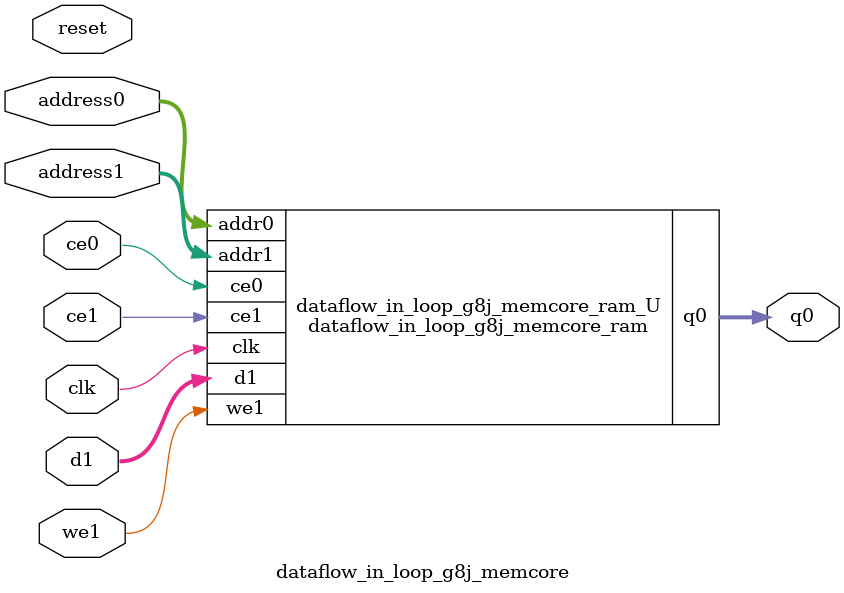
<source format=v>

`timescale 1 ns / 1 ps
module dataflow_in_loop_g8j_memcore_ram (addr0, ce0, q0, addr1, ce1, d1, we1,  clk);

parameter DWIDTH = 32;
parameter AWIDTH = 16;
parameter MEM_SIZE = 45856;

input[AWIDTH-1:0] addr0;
input ce0;
output reg[DWIDTH-1:0] q0;
input[AWIDTH-1:0] addr1;
input ce1;
input[DWIDTH-1:0] d1;
input we1;
input clk;

(* ram_style = "block" *)reg [DWIDTH-1:0] ram[0:MEM_SIZE-1];




always @(posedge clk)  
begin 
    if (ce0) 
    begin
            q0 <= ram[addr0];
    end
end


always @(posedge clk)  
begin 
    if (ce1) 
    begin
        if (we1) 
        begin 
            ram[addr1] <= d1; 
        end 
    end
end


endmodule


`timescale 1 ns / 1 ps
module dataflow_in_loop_g8j_memcore(
    reset,
    clk,
    address0,
    ce0,
    q0,
    address1,
    ce1,
    we1,
    d1);

parameter DataWidth = 32'd32;
parameter AddressRange = 32'd45856;
parameter AddressWidth = 32'd16;
input reset;
input clk;
input[AddressWidth - 1:0] address0;
input ce0;
output[DataWidth - 1:0] q0;
input[AddressWidth - 1:0] address1;
input ce1;
input we1;
input[DataWidth - 1:0] d1;



dataflow_in_loop_g8j_memcore_ram dataflow_in_loop_g8j_memcore_ram_U(
    .clk( clk ),
    .addr0( address0 ),
    .ce0( ce0 ),
    .q0( q0 ),
    .addr1( address1 ),
    .ce1( ce1 ),
    .d1( d1 ),
    .we1( we1 ));

endmodule


</source>
